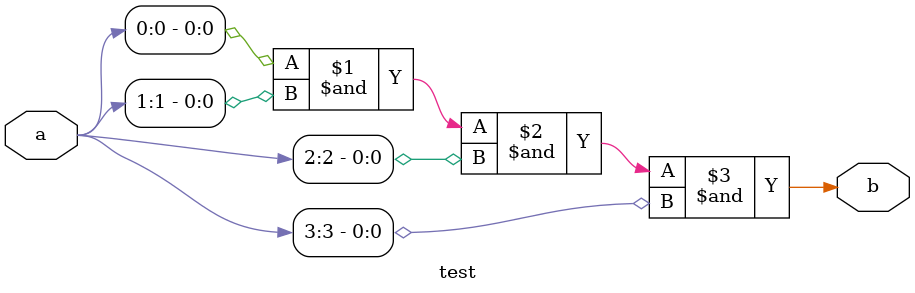
<source format=v>
module test(a, b);
input [3:0] a;
output b;

and (b, a[0], a[1], a[2], a[3]);
endmodule
</source>
